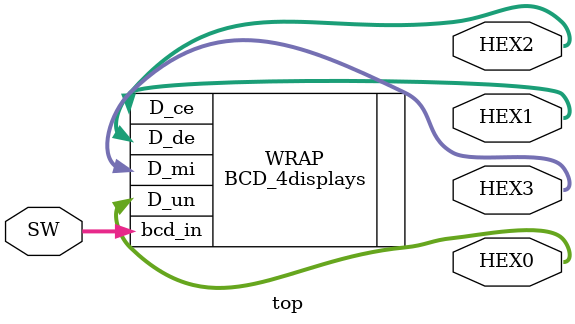
<source format=v>
module top(
    input [9:0] SW,
    output [0:6] HEX0, HEX1, HEX2, HEX3
);

    BCD_4displays WRAP(.bcd_in(SW), .D_un(HEX0), .D_de(HEX1), .D_ce(HEX2), .D_mi(HEX3));

endmodule
</source>
